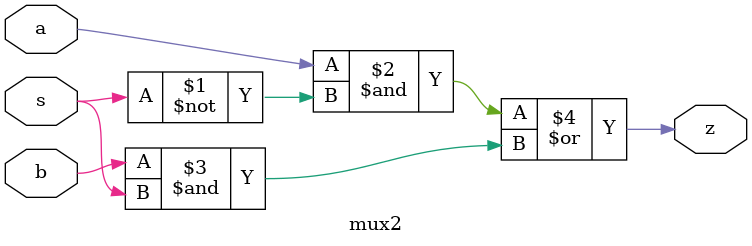
<source format=v>
module mux2 (a, b, s, z);

input a, b;
input s;
output z;

assign z = a & ~s | b & s;

endmodule
</source>
